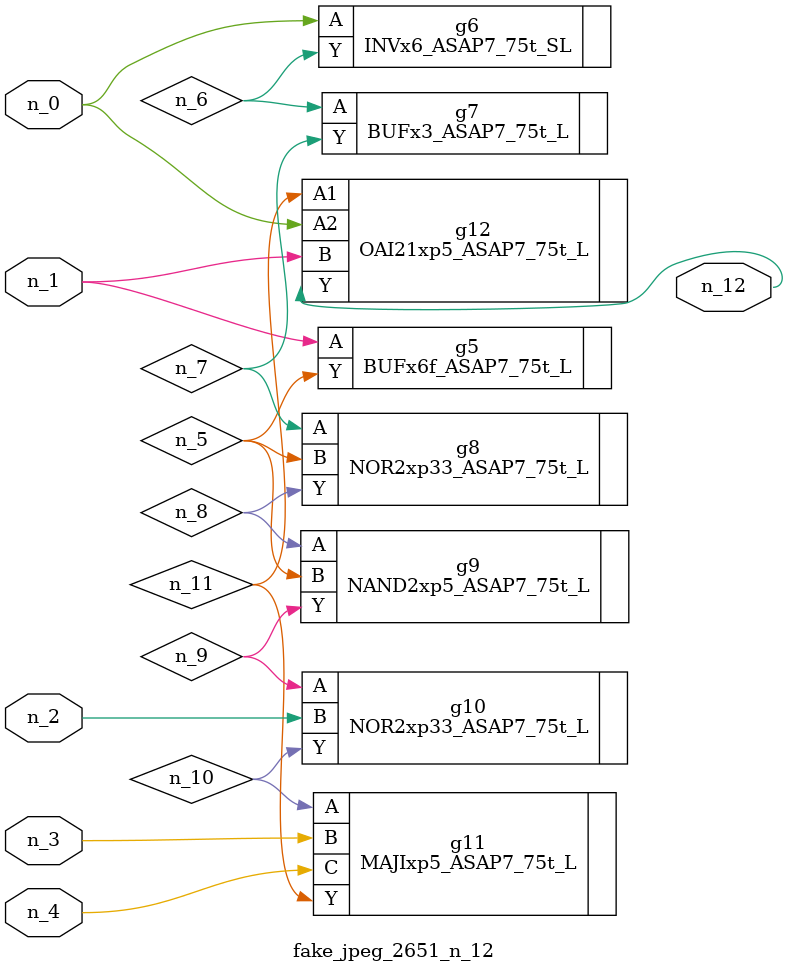
<source format=v>
module fake_jpeg_2651_n_12 (n_3, n_2, n_1, n_0, n_4, n_12);

input n_3;
input n_2;
input n_1;
input n_0;
input n_4;

output n_12;

wire n_11;
wire n_10;
wire n_8;
wire n_9;
wire n_6;
wire n_5;
wire n_7;

BUFx6f_ASAP7_75t_L g5 ( 
.A(n_1),
.Y(n_5)
);

INVx6_ASAP7_75t_SL g6 ( 
.A(n_0),
.Y(n_6)
);

BUFx3_ASAP7_75t_L g7 ( 
.A(n_6),
.Y(n_7)
);

NOR2xp33_ASAP7_75t_L g8 ( 
.A(n_7),
.B(n_5),
.Y(n_8)
);

NAND2xp5_ASAP7_75t_L g9 ( 
.A(n_8),
.B(n_5),
.Y(n_9)
);

NOR2xp33_ASAP7_75t_L g10 ( 
.A(n_9),
.B(n_2),
.Y(n_10)
);

MAJIxp5_ASAP7_75t_L g11 ( 
.A(n_10),
.B(n_3),
.C(n_4),
.Y(n_11)
);

OAI21xp5_ASAP7_75t_L g12 ( 
.A1(n_11),
.A2(n_0),
.B(n_1),
.Y(n_12)
);


endmodule
</source>
